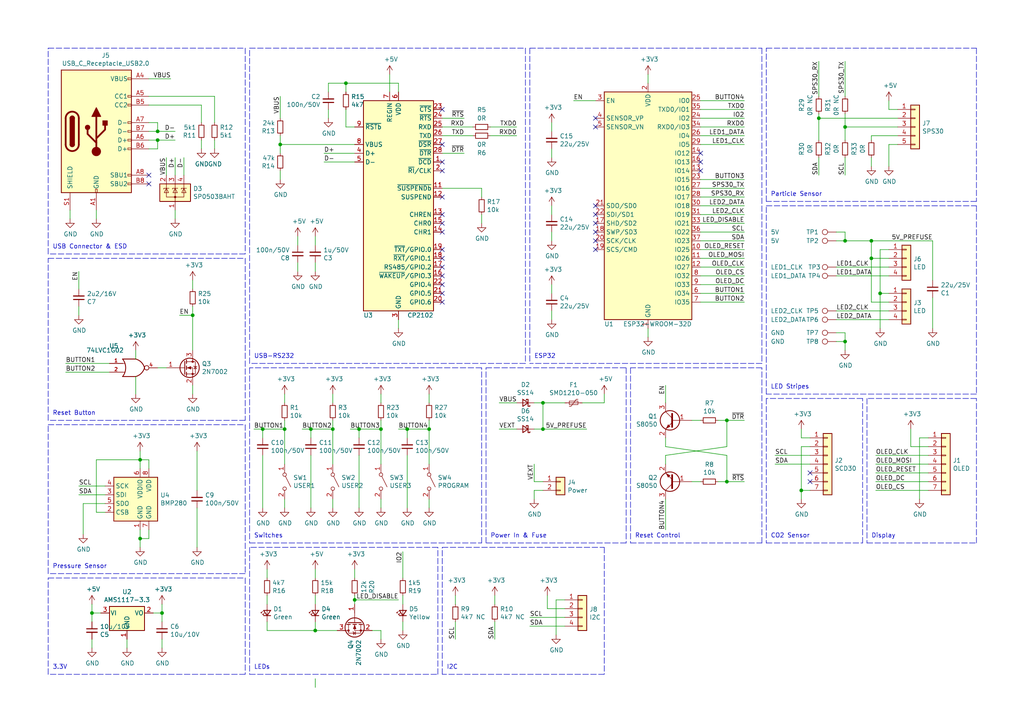
<source format=kicad_sch>
(kicad_sch (version 20211123) (generator eeschema)
  (paper "A4")
  (title_block (title "Co2 Sensor") (date "2020-10-02") (rev "2"))
  (junction (at 252.73 74.93))
  (junction (at 96.52 124.46))
  (junction (at 157.48 124.46))
  (junction (at 40.64 156.21))
  (junction (at 255.27 85.09))
  (junction (at 110.49 124.46))
  (junction (at 82.55 124.46))
  (junction (at 157.48 116.84))
  (junction (at 237.49 34.29))
  (junction (at 81.28 41.91))
  (junction (at 232.41 142.24))
  (junction (at 45.72 38.1))
  (junction (at 46.99 177.8))
  (junction (at 245.11 69.85))
  (junction (at 245.11 99.06))
  (junction (at 90.17 124.46))
  (junction (at 252.73 69.85))
  (junction (at 40.64 133.35))
  (junction (at 26.67 177.8))
  (junction (at 118.11 124.46))
  (junction (at 102.87 173.99))
  (junction (at 104.14 124.46))
  (junction (at 100.33 24.13))
  (junction (at 124.46 124.46))
  (junction (at 210.82 121.92))
  (junction (at 55.88 91.44))
  (junction (at 76.2 124.46))
  (junction (at 45.72 40.64))
  (junction (at 245.11 36.83))
  (junction (at 91.44 182.88))
  (junction (at 210.82 139.7))
  (no_connect (at 128.27 49.53))
  (no_connect (at 128.27 87.63))
  (no_connect (at 43.18 53.34))
  (no_connect (at 234.95 137.16))
  (no_connect (at 128.27 31.75))
  (no_connect (at 172.72 69.85))
  (no_connect (at 203.2 49.53))
  (no_connect (at 43.18 50.8))
  (no_connect (at 128.27 46.99))
  (no_connect (at 128.27 82.55))
  (no_connect (at 172.72 62.23))
  (no_connect (at 203.2 46.99))
  (no_connect (at 128.27 77.47))
  (no_connect (at 234.95 139.7))
  (no_connect (at 203.2 44.45))
  (no_connect (at 128.27 85.09))
  (no_connect (at 128.27 41.91))
  (no_connect (at 172.72 72.39))
  (no_connect (at 128.27 72.39))
  (no_connect (at 172.72 36.83))
  (no_connect (at 128.27 74.93))
  (no_connect (at 128.27 62.23))
  (no_connect (at 172.72 64.77))
  (no_connect (at 172.72 67.31))
  (no_connect (at 172.72 59.69))
  (no_connect (at 172.72 34.29))
  (no_connect (at 128.27 80.01))
  (no_connect (at 128.27 64.77))
  (no_connect (at 128.27 57.15))
  (no_connect (at 128.27 67.31))
  (wire (pts (xy 55.88 91.44) (xy 55.88 88.9)))
  (wire (pts (xy 124.46 147.32) (xy 124.46 144.78)))
  (wire (pts (xy 57.15 130.81) (xy 57.15 142.24)))
  (wire (pts (xy 44.45 177.8) (xy 46.99 177.8)))
  (wire (pts (xy 203.2 57.15) (xy 215.9 57.15)))
  (polyline (pts (xy 13.97 195.58) (xy 13.97 167.64)))
  (wire (pts (xy 116.84 160.02) (xy 116.84 167.64)))
  (wire (pts (xy 215.9 54.61) (xy 203.2 54.61)))
  (wire (pts (xy 242.57 96.52) (xy 245.11 96.52)))
  (polyline (pts (xy 139.7 106.68) (xy 72.39 106.68)))
  (polyline (pts (xy 175.26 158.75) (xy 175.26 195.58)))
  (wire (pts (xy 200.66 139.7) (xy 203.2 139.7)))
  (wire (pts (xy 252.73 69.85) (xy 270.51 69.85)))
  (wire (pts (xy 257.81 41.91) (xy 257.81 48.26)))
  (wire (pts (xy 142.24 36.83) (xy 149.86 36.83)))
  (wire (pts (xy 237.49 34.29) (xy 260.35 34.29)))
  (wire (pts (xy 96.52 114.3) (xy 96.52 116.84)))
  (polyline (pts (xy 283.21 115.57) (xy 251.46 115.57)))
  (wire (pts (xy 104.14 132.08) (xy 104.14 147.32)))
  (wire (pts (xy 163.83 173.99) (xy 161.29 173.99)))
  (wire (pts (xy 91.44 76.2) (xy 91.44 78.74)))
  (wire (pts (xy 96.52 121.92) (xy 96.52 124.46)))
  (wire (pts (xy 124.46 114.3) (xy 124.46 116.84)))
  (wire (pts (xy 20.32 63.5) (xy 20.32 60.96)))
  (wire (pts (xy 257.81 29.21) (xy 257.81 31.75)))
  (wire (pts (xy 260.35 36.83) (xy 245.11 36.83)))
  (wire (pts (xy 45.72 35.56) (xy 43.18 35.56)))
  (polyline (pts (xy 127 195.58) (xy 127 158.75)))
  (wire (pts (xy 210.82 139.7) (xy 208.28 139.7)))
  (wire (pts (xy 203.2 59.69) (xy 215.9 59.69)))
  (wire (pts (xy 139.7 54.61) (xy 139.7 57.15)))
  (polyline (pts (xy 222.25 13.97) (xy 283.21 13.97)))
  (polyline (pts (xy 222.25 157.48) (xy 250.19 157.48)))
  (wire (pts (xy 86.36 68.58) (xy 86.36 71.12)))
  (wire (pts (xy 76.2 127) (xy 76.2 124.46)))
  (wire (pts (xy 81.28 41.91) (xy 81.28 44.45)))
  (wire (pts (xy 203.2 74.93) (xy 215.9 74.93)))
  (wire (pts (xy 203.2 31.75) (xy 215.9 31.75)))
  (wire (pts (xy 153.67 179.07) (xy 163.83 179.07)))
  (wire (pts (xy 110.49 182.88) (xy 110.49 185.42)))
  (wire (pts (xy 82.55 144.78) (xy 82.55 147.32)))
  (wire (pts (xy 242.57 80.01) (xy 257.81 80.01)))
  (wire (pts (xy 76.2 124.46) (xy 82.55 124.46)))
  (wire (pts (xy 215.9 29.21) (xy 203.2 29.21)))
  (wire (pts (xy 210.82 139.7) (xy 210.82 132.08)))
  (wire (pts (xy 215.9 52.07) (xy 203.2 52.07)))
  (polyline (pts (xy 72.39 106.68) (xy 72.39 157.48)))
  (wire (pts (xy 90.17 124.46) (xy 90.17 127)))
  (wire (pts (xy 157.48 139.7) (xy 154.94 139.7)))
  (wire (pts (xy 215.9 77.47) (xy 203.2 77.47)))
  (polyline (pts (xy 71.12 166.37) (xy 13.97 166.37)))
  (polyline (pts (xy 283.21 114.3) (xy 222.25 114.3)))
  (polyline (pts (xy 152.4 105.41) (xy 72.39 105.41)))
  (wire (pts (xy 40.64 130.81) (xy 40.64 133.35)))
  (wire (pts (xy 139.7 62.23) (xy 139.7 64.77)))
  (wire (pts (xy 110.49 121.92) (xy 110.49 124.46)))
  (wire (pts (xy 232.41 124.46) (xy 232.41 127)))
  (wire (pts (xy 157.48 124.46) (xy 154.94 124.46)))
  (wire (pts (xy 77.47 182.88) (xy 91.44 182.88)))
  (wire (pts (xy 77.47 165.1) (xy 77.47 167.64)))
  (wire (pts (xy 215.9 85.09) (xy 203.2 85.09)))
  (wire (pts (xy 161.29 173.99) (xy 161.29 184.15)))
  (wire (pts (xy 30.48 148.59) (xy 27.94 148.59)))
  (polyline (pts (xy 220.98 105.41) (xy 153.67 105.41)))
  (wire (pts (xy 245.11 33.02) (xy 245.11 36.83)))
  (wire (pts (xy 36.83 185.42) (xy 36.83 187.96)))
  (polyline (pts (xy 251.46 157.48) (xy 283.21 157.48)))
  (wire (pts (xy 245.11 67.31) (xy 245.11 69.85)))
  (wire (pts (xy 73.66 124.46) (xy 76.2 124.46)))
  (wire (pts (xy 160.02 45.72) (xy 160.02 43.18)))
  (wire (pts (xy 81.28 41.91) (xy 81.28 39.37)))
  (polyline (pts (xy 181.61 157.48) (xy 140.97 157.48)))
  (wire (pts (xy 104.14 124.46) (xy 110.49 124.46)))
  (wire (pts (xy 43.18 156.21) (xy 40.64 156.21)))
  (wire (pts (xy 58.42 40.64) (xy 58.42 43.18)))
  (wire (pts (xy 245.11 96.52) (xy 245.11 99.06)))
  (wire (pts (xy 245.11 27.94) (xy 245.11 17.78)))
  (polyline (pts (xy 127 158.75) (xy 72.39 158.75)))
  (wire (pts (xy 210.82 121.92) (xy 208.28 121.92)))
  (wire (pts (xy 91.44 165.1) (xy 91.44 167.64)))
  (wire (pts (xy 29.21 177.8) (xy 26.67 177.8)))
  (wire (pts (xy 163.83 116.84) (xy 157.48 116.84)))
  (wire (pts (xy 203.2 121.92) (xy 200.66 121.92)))
  (polyline (pts (xy 71.12 73.66) (xy 13.97 73.66)))
  (wire (pts (xy 22.86 140.97) (xy 30.48 140.97)))
  (wire (pts (xy 132.08 180.34) (xy 132.08 185.42)))
  (wire (pts (xy 255.27 85.09) (xy 255.27 95.25)))
  (wire (pts (xy 128.27 39.37) (xy 137.16 39.37)))
  (wire (pts (xy 22.86 78.74) (xy 22.86 83.82)))
  (wire (pts (xy 234.95 129.54) (xy 232.41 129.54)))
  (wire (pts (xy 95.25 24.13) (xy 100.33 24.13)))
  (wire (pts (xy 102.87 172.72) (xy 102.87 173.99)))
  (wire (pts (xy 43.18 133.35) (xy 43.18 135.89)))
  (wire (pts (xy 102.87 165.1) (xy 102.87 167.64)))
  (wire (pts (xy 31.75 107.95) (xy 19.05 107.95)))
  (wire (pts (xy 210.82 121.92) (xy 210.82 129.54)))
  (wire (pts (xy 154.94 142.24) (xy 157.48 142.24)))
  (wire (pts (xy 110.49 147.32) (xy 110.49 144.78)))
  (wire (pts (xy 22.86 91.44) (xy 22.86 88.9)))
  (wire (pts (xy 40.64 133.35) (xy 43.18 133.35)))
  (polyline (pts (xy 250.19 115.57) (xy 222.25 115.57)))
  (wire (pts (xy 43.18 38.1) (xy 45.72 38.1)))
  (wire (pts (xy 26.67 177.8) (xy 26.67 180.34)))
  (wire (pts (xy 45.72 38.1) (xy 50.8 38.1)))
  (wire (pts (xy 40.64 133.35) (xy 40.64 135.89)))
  (polyline (pts (xy 128.27 195.58) (xy 128.27 158.75)))
  (wire (pts (xy 237.49 50.8) (xy 237.49 45.72)))
  (polyline (pts (xy 71.12 195.58) (xy 13.97 195.58)))
  (wire (pts (xy 154.94 116.84) (xy 157.48 116.84)))
  (wire (pts (xy 48.26 45.72) (xy 48.26 50.8)))
  (wire (pts (xy 100.33 31.75) (xy 100.33 36.83)))
  (wire (pts (xy 40.64 156.21) (xy 40.64 158.75)))
  (wire (pts (xy 91.44 180.34) (xy 91.44 182.88)))
  (polyline (pts (xy 13.97 121.92) (xy 13.97 74.93)))
  (wire (pts (xy 101.6 124.46) (xy 104.14 124.46)))
  (wire (pts (xy 49.53 22.86) (xy 43.18 22.86)))
  (polyline (pts (xy 13.97 13.97) (xy 71.12 13.97)))
  (polyline (pts (xy 220.98 13.97) (xy 220.98 105.41)))
  (wire (pts (xy 55.88 81.28) (xy 55.88 83.82)))
  (wire (pts (xy 203.2 64.77) (xy 215.9 64.77)))
  (wire (pts (xy 187.96 21.59) (xy 187.96 24.13)))
  (wire (pts (xy 86.36 78.74) (xy 86.36 76.2)))
  (wire (pts (xy 55.88 114.3) (xy 55.88 111.76)))
  (wire (pts (xy 58.42 30.48) (xy 58.42 35.56)))
  (wire (pts (xy 270.51 69.85) (xy 270.51 81.28)))
  (wire (pts (xy 257.81 85.09) (xy 255.27 85.09)))
  (wire (pts (xy 210.82 129.54) (xy 193.04 132.08)))
  (wire (pts (xy 102.87 173.99) (xy 102.87 175.26)))
  (wire (pts (xy 115.57 173.99) (xy 102.87 173.99)))
  (wire (pts (xy 215.9 139.7) (xy 210.82 139.7)))
  (wire (pts (xy 224.79 132.08) (xy 234.95 132.08)))
  (wire (pts (xy 245.11 99.06) (xy 245.11 101.6)))
  (wire (pts (xy 269.24 137.16) (xy 254 137.16)))
  (wire (pts (xy 19.05 105.41) (xy 31.75 105.41)))
  (wire (pts (xy 245.11 36.83) (xy 245.11 40.64)))
  (wire (pts (xy 252.73 74.93) (xy 252.73 69.85)))
  (wire (pts (xy 237.49 33.02) (xy 237.49 34.29)))
  (wire (pts (xy 55.88 91.44) (xy 55.88 101.6)))
  (polyline (pts (xy 71.12 167.64) (xy 71.12 195.58)))
  (polyline (pts (xy 283.21 157.48) (xy 283.21 115.57)))
  (wire (pts (xy 203.2 62.23) (xy 215.9 62.23)))
  (wire (pts (xy 57.15 147.32) (xy 57.15 158.75)))
  (wire (pts (xy 128.27 44.45) (xy 134.62 44.45)))
  (wire (pts (xy 100.33 26.67) (xy 100.33 24.13)))
  (wire (pts (xy 45.72 40.64) (xy 50.8 40.64)))
  (wire (pts (xy 252.73 40.64) (xy 252.73 39.37)))
  (polyline (pts (xy 13.97 167.64) (xy 71.12 167.64)))
  (wire (pts (xy 91.44 68.58) (xy 91.44 71.12)))
  (wire (pts (xy 260.35 41.91) (xy 257.81 41.91)))
  (polyline (pts (xy 72.39 105.41) (xy 72.39 13.97)))
  (wire (pts (xy 143.51 185.42) (xy 143.51 180.34)))
  (polyline (pts (xy 182.88 157.48) (xy 220.98 157.48)))
  (wire (pts (xy 154.94 134.62) (xy 154.94 139.7)))
  (polyline (pts (xy 71.12 74.93) (xy 71.12 121.92)))
  (wire (pts (xy 242.57 67.31) (xy 245.11 67.31)))
  (wire (pts (xy 252.73 48.26) (xy 252.73 45.72)))
  (wire (pts (xy 26.67 185.42) (xy 26.67 187.96)))
  (wire (pts (xy 115.57 24.13) (xy 115.57 26.67)))
  (polyline (pts (xy 251.46 115.57) (xy 251.46 157.48)))
  (wire (pts (xy 27.94 133.35) (xy 40.64 133.35)))
  (wire (pts (xy 255.27 72.39) (xy 255.27 85.09)))
  (wire (pts (xy 115.57 95.25) (xy 115.57 92.71)))
  (polyline (pts (xy 283.21 59.69) (xy 283.21 114.3)))
  (wire (pts (xy 24.13 146.05) (xy 30.48 146.05)))
  (wire (pts (xy 124.46 124.46) (xy 124.46 134.62)))
  (wire (pts (xy 215.9 67.31) (xy 203.2 67.31)))
  (wire (pts (xy 269.24 142.24) (xy 254 142.24)))
  (polyline (pts (xy 222.25 58.42) (xy 222.25 13.97)))
  (wire (pts (xy 91.44 182.88) (xy 97.79 182.88)))
  (wire (pts (xy 187.96 97.79) (xy 187.96 95.25)))
  (wire (pts (xy 193.04 111.76) (xy 193.04 116.84)))
  (wire (pts (xy 193.04 144.78) (xy 193.04 153.67)))
  (wire (pts (xy 232.41 142.24) (xy 232.41 144.78)))
  (wire (pts (xy 110.49 124.46) (xy 110.49 134.62)))
  (wire (pts (xy 82.55 121.92) (xy 82.55 124.46)))
  (wire (pts (xy 242.57 77.47) (xy 257.81 77.47)))
  (wire (pts (xy 39.37 101.6) (xy 39.37 104.14)))
  (wire (pts (xy 175.26 116.84) (xy 168.91 116.84)))
  (wire (pts (xy 50.8 45.72) (xy 50.8 50.8)))
  (polyline (pts (xy 250.19 157.48) (xy 250.19 115.57)))
  (wire (pts (xy 270.51 95.25) (xy 270.51 86.36)))
  (wire (pts (xy 95.25 31.75) (xy 95.25 34.29)))
  (wire (pts (xy 96.52 124.46) (xy 96.52 134.62)))
  (wire (pts (xy 116.84 172.72) (xy 116.84 175.26)))
  (wire (pts (xy 234.95 134.62) (xy 224.79 134.62)))
  (polyline (pts (xy 283.21 58.42) (xy 222.25 58.42)))
  (wire (pts (xy 82.55 124.46) (xy 82.55 134.62)))
  (wire (pts (xy 110.49 114.3) (xy 110.49 116.84)))
  (wire (pts (xy 81.28 34.29) (xy 81.28 27.94)))
  (wire (pts (xy 39.37 114.3) (xy 39.37 109.22)))
  (wire (pts (xy 77.47 172.72) (xy 77.47 175.26)))
  (wire (pts (xy 43.18 30.48) (xy 58.42 30.48)))
  (wire (pts (xy 254 134.62) (xy 269.24 134.62)))
  (wire (pts (xy 93.98 46.99) (xy 102.87 46.99)))
  (wire (pts (xy 234.95 127) (xy 232.41 127)))
  (wire (pts (xy 128.27 54.61) (xy 139.7 54.61)))
  (polyline (pts (xy 222.25 115.57) (xy 222.25 157.48)))
  (wire (pts (xy 232.41 129.54) (xy 232.41 142.24)))
  (wire (pts (xy 90.17 132.08) (xy 90.17 147.32)))
  (polyline (pts (xy 152.4 13.97) (xy 152.4 105.41)))
  (wire (pts (xy 269.24 129.54) (xy 264.16 129.54)))
  (wire (pts (xy 257.81 31.75) (xy 260.35 31.75)))
  (wire (pts (xy 144.78 116.84) (xy 149.86 116.84)))
  (wire (pts (xy 95.25 26.67) (xy 95.25 24.13)))
  (polyline (pts (xy 140.97 106.68) (xy 181.61 106.68)))
  (wire (pts (xy 26.67 175.26) (xy 26.67 177.8)))
  (wire (pts (xy 166.37 29.21) (xy 172.72 29.21)))
  (wire (pts (xy 160.02 92.71) (xy 160.02 90.17)))
  (polyline (pts (xy 153.67 13.97) (xy 220.98 13.97)))
  (wire (pts (xy 104.14 127) (xy 104.14 124.46)))
  (polyline (pts (xy 220.98 106.68) (xy 182.88 106.68)))
  (wire (pts (xy 132.08 172.72) (xy 132.08 175.26)))
  (wire (pts (xy 115.57 124.46) (xy 118.11 124.46)))
  (wire (pts (xy 245.11 99.06) (xy 242.57 99.06)))
  (wire (pts (xy 257.81 87.63) (xy 252.73 87.63)))
  (wire (pts (xy 87.63 124.46) (xy 90.17 124.46)))
  (wire (pts (xy 269.24 127) (xy 266.7 127)))
  (wire (pts (xy 50.8 63.5) (xy 50.8 60.96)))
  (wire (pts (xy 163.83 176.53) (xy 158.75 176.53)))
  (wire (pts (xy 160.02 82.55) (xy 160.02 85.09)))
  (polyline (pts (xy 72.39 158.75) (xy 72.39 195.58)))
  (wire (pts (xy 77.47 180.34) (xy 77.47 182.88)))
  (wire (pts (xy 45.72 43.18) (xy 43.18 43.18)))
  (polyline (pts (xy 220.98 157.48) (xy 220.98 106.68)))
  (wire (pts (xy 149.86 124.46) (xy 144.78 124.46)))
  (wire (pts (xy 215.9 80.01) (xy 203.2 80.01)))
  (polyline (pts (xy 283.21 13.97) (xy 283.21 58.42)))
  (polyline (pts (xy 182.88 106.68) (xy 182.88 157.48)))
  (wire (pts (xy 82.55 114.3) (xy 82.55 116.84)))
  (wire (pts (xy 107.95 182.88) (xy 110.49 182.88)))
  (polyline (pts (xy 139.7 157.48) (xy 139.7 106.68)))
  (wire (pts (xy 46.99 177.8) (xy 46.99 180.34)))
  (polyline (pts (xy 13.97 166.37) (xy 13.97 123.19)))
  (wire (pts (xy 46.99 175.26) (xy 46.99 177.8)))
  (wire (pts (xy 90.17 124.46) (xy 96.52 124.46)))
  (wire (pts (xy 43.18 40.64) (xy 45.72 40.64)))
  (polyline (pts (xy 181.61 106.68) (xy 181.61 157.48)))
  (wire (pts (xy 264.16 129.54) (xy 264.16 124.46)))
  (wire (pts (xy 193.04 132.08) (xy 193.04 134.62)))
  (wire (pts (xy 215.9 36.83) (xy 203.2 36.83)))
  (wire (pts (xy 160.02 59.69) (xy 160.02 62.23)))
  (wire (pts (xy 266.7 127) (xy 266.7 144.78)))
  (wire (pts (xy 118.11 132.08) (xy 118.11 147.32)))
  (wire (pts (xy 45.72 106.68) (xy 48.26 106.68)))
  (wire (pts (xy 102.87 44.45) (xy 93.98 44.45)))
  (wire (pts (xy 81.28 52.07) (xy 81.28 49.53)))
  (wire (pts (xy 143.51 172.72) (xy 143.51 175.26)))
  (polyline (pts (xy 222.25 59.69) (xy 283.21 59.69)))
  (wire (pts (xy 215.9 41.91) (xy 203.2 41.91)))
  (polyline (pts (xy 222.25 114.3) (xy 222.25 59.69)))
  (wire (pts (xy 113.03 21.59) (xy 113.03 26.67)))
  (wire (pts (xy 160.02 69.85) (xy 160.02 67.31)))
  (wire (pts (xy 27.94 63.5) (xy 27.94 60.96)))
  (wire (pts (xy 170.18 124.46) (xy 157.48 124.46)))
  (wire (pts (xy 257.81 74.93) (xy 252.73 74.93)))
  (wire (pts (xy 45.72 38.1) (xy 45.72 35.56)))
  (wire (pts (xy 245.11 45.72) (xy 245.11 50.8)))
  (wire (pts (xy 260.35 39.37) (xy 252.73 39.37)))
  (wire (pts (xy 203.2 72.39) (xy 215.9 72.39)))
  (wire (pts (xy 203.2 82.55) (xy 215.9 82.55)))
  (wire (pts (xy 91.44 172.72) (xy 91.44 175.26)))
  (wire (pts (xy 53.34 50.8) (xy 53.34 45.72)))
  (wire (pts (xy 76.2 147.32) (xy 76.2 132.08)))
  (polyline (pts (xy 71.12 123.19) (xy 71.12 166.37)))
  (wire (pts (xy 22.86 143.51) (xy 30.48 143.51)))
  (wire (pts (xy 62.23 43.18) (xy 62.23 40.64)))
  (wire (pts (xy 128.27 36.83) (xy 137.16 36.83)))
  (polyline (pts (xy 13.97 123.19) (xy 71.12 123.19)))
  (wire (pts (xy 46.99 185.42) (xy 46.99 187.96)))
  (wire (pts (xy 237.49 34.29) (xy 237.49 40.64)))
  (polyline (pts (xy 13.97 74.93) (xy 71.12 74.93)))
  (wire (pts (xy 158.75 176.53) (xy 158.75 172.72)))
  (wire (pts (xy 96.52 147.32) (xy 96.52 144.78)))
  (wire (pts (xy 257.81 72.39) (xy 255.27 72.39)))
  (wire (pts (xy 193.04 129.54) (xy 210.82 132.08)))
  (wire (pts (xy 43.18 27.94) (xy 62.23 27.94)))
  (wire (pts (xy 163.83 181.61) (xy 153.67 181.61)))
  (wire (pts (xy 269.24 139.7) (xy 254 139.7)))
  (wire (pts (xy 118.11 127) (xy 118.11 124.46)))
  (wire (pts (xy 245.11 69.85) (xy 252.73 69.85)))
  (wire (pts (xy 203.2 87.63) (xy 215.9 87.63)))
  (wire (pts (xy 154.94 144.78) (xy 154.94 142.24)))
  (wire (pts (xy 102.87 36.83) (xy 100.33 36.83)))
  (wire (pts (xy 237.49 17.78) (xy 237.49 27.94)))
  (wire (pts (xy 45.72 40.64) (xy 45.72 43.18)))
  (polyline (pts (xy 153.67 13.97) (xy 153.67 105.41)))
  (wire (pts (xy 40.64 153.67) (xy 40.64 156.21)))
  (wire (pts (xy 232.41 142.24) (xy 234.95 142.24)))
  (polyline (pts (xy 72.39 195.58) (xy 127 195.58)))
  (wire (pts (xy 62.23 27.94) (xy 62.23 35.56)))
  (wire (pts (xy 215.9 69.85) (xy 203.2 69.85)))
  (wire (pts (xy 193.04 127) (xy 193.04 129.54)))
  (polyline (pts (xy 140.97 157.48) (xy 140.97 106.68)))
  (wire (pts (xy 203.2 34.29) (xy 215.9 34.29)))
  (polyline (pts (xy 175.26 195.58) (xy 128.27 195.58)))
  (wire (pts (xy 91.44 199.39) (xy 91.44 196.85)))
  (wire (pts (xy 242.57 90.17) (xy 257.81 90.17)))
  (polyline (pts (xy 72.39 157.48) (xy 139.7 157.48)))
  (wire (pts (xy 242.57 69.85) (xy 245.11 69.85)))
  (wire (pts (xy 81.28 41.91) (xy 102.87 41.91)))
  (wire (pts (xy 252.73 87.63) (xy 252.73 74.93)))
  (wire (pts (xy 55.88 91.44) (xy 52.07 91.44)))
  (wire (pts (xy 160.02 35.56) (xy 160.02 38.1)))
  (wire (pts (xy 43.18 153.67) (xy 43.18 156.21)))
  (wire (pts (xy 134.62 34.29) (xy 128.27 34.29)))
  (wire (pts (xy 215.9 121.92) (xy 210.82 121.92)))
  (polyline (pts (xy 13.97 73.66) (xy 13.97 13.97)))
  (polyline (pts (xy 71.12 121.92) (xy 13.97 121.92)))
  (wire (pts (xy 254 132.08) (xy 269.24 132.08)))
  (wire (pts (xy 242.57 92.71) (xy 257.81 92.71)))
  (polyline (pts (xy 71.12 13.97) (xy 71.12 73.66)))
  (wire (pts (xy 157.48 116.84) (xy 157.48 124.46)))
  (wire (pts (xy 24.13 146.05) (xy 24.13 154.94)))
  (wire (pts (xy 27.94 148.59) (xy 27.94 133.35)))
  (wire (pts (xy 116.84 180.34) (xy 116.84 182.88)))
  (wire (pts (xy 149.86 39.37) (xy 142.24 39.37)))
  (wire (pts (xy 215.9 39.37) (xy 203.2 39.37)))
  (polyline (pts (xy 128.27 158.75) (xy 175.26 158.75)))
  (wire (pts (xy 118.11 124.46) (xy 124.46 124.46)))
  (wire (pts (xy 100.33 24.13) (xy 115.57 24.13)))
  (wire (pts (xy 175.26 114.3) (xy 175.26 116.84)))
  (wire (pts (xy 124.46 121.92) (xy 124.46 124.46)))
  (polyline (pts (xy 72.39 13.97) (xy 152.4 13.97)))
  (text "LED Stripes" (at 223.52 113.03 0) (effects (font (size 1.27 1.27)) (justify left bottom)))
  (text "I2C" (at 129.54 194.31 0) (effects (font (size 1.27 1.27)) (justify left bottom)))
  (text "Reset Control" (at 184.15 156.21 0) (effects (font (size 1.27 1.27)) (justify left bottom)))
  (text "CO2 Sensor" (at 223.52 156.21 0) (effects (font (size 1.27 1.27)) (justify left bottom)))
  (text "Switches" (at 73.66 156.21 0) (effects (font (size 1.27 1.27)) (justify left bottom)))
  (text "ESP32" (at 154.94 104.14 0) (effects (font (size 1.27 1.27)) (justify left bottom)))
  (text "Reset Button" (at 15.24 120.65 0) (effects (font (size 1.27 1.27)) (justify left bottom)))
  (text "Power In & Fuse" (at 142.24 156.21 0) (effects (font (size 1.27 1.27)) (justify left bottom)))
  (text "USB Connector & ESD" (at 15.24 72.39 0) (effects (font (size 1.27 1.27)) (justify left bottom)))
  (text "Particle Sensor" (at 223.52 57.15 0) (effects (font (size 1.27 1.27)) (justify left bottom)))
  (text "3.3V" (at 15.24 194.31 0) (effects (font (size 1.27 1.27)) (justify left bottom)))
  (text "USB-RS232" (at 73.66 104.14 0) (effects (font (size 1.27 1.27)) (justify left bottom)))
  (text "LEDs" (at 73.66 194.31 0) (effects (font (size 1.27 1.27)) (justify left bottom)))
  (text "Display" (at 252.73 156.21 0) (effects (font (size 1.27 1.27)) (justify left bottom)))
  (text "Pressure Sensor" (at 15.24 165.1 0) (effects (font (size 1.27 1.27)) (justify left bottom)))
  (label "5V_PREFUSE" (at 270.51 69.85 180))
  (label "SDA" (at 143.51 185.42 90))
  (label "BUTTON3" (at 215.9 52.07 180))
  (label "BUTTON4" (at 215.9 29.21 180))
  (label "OLED_CLK" (at 254 132.08 0))
  (label "OLED_MOSI" (at 254 134.62 0))
  (label "LED_DISABLE" (at 215.9 64.77 180))
  (label "LED2_DATA" (at 215.9 59.69 180))
  (label "SCL" (at 215.9 67.31 180))
  (label "VBUS" (at 48.26 45.72 270))
  (label "SPS30_RX" (at 215.9 57.15 180))
  (label "RXD0" (at 149.86 39.37 180))
  (label "SCL" (at 245.11 50.8 90))
  (label "LED2_CLK" (at 242.57 90.17 0))
  (label "BUTTON1" (at 73.66 124.46 0))
  (label "VEXT" (at 144.78 124.46 0))
  (label "LED_DISABLE" (at 115.57 173.99 180))
  (label "SPS30_TX" (at 215.9 54.61 180))
  (label "VBUS" (at 81.28 27.94 270))
  (label "EN" (at 166.37 29.21 0))
  (label "SCL" (at 224.79 132.08 0))
  (label "D+" (at 50.8 40.64 180))
  (label "OLED_CLK" (at 215.9 77.47 180))
  (label "~{DTR}" (at 215.9 121.92 180))
  (label "TXD0" (at 215.9 31.75 180))
  (label "SPS30_TX" (at 245.11 17.78 270))
  (label "SDA" (at 215.9 69.85 180))
  (label "BUTTON2" (at 215.9 87.63 180))
  (label "SDA" (at 153.67 181.61 0))
  (label "SDA" (at 22.86 143.51 0))
  (label "BUTTON4" (at 193.04 153.67 90))
  (label "VEXT" (at 154.94 134.62 270))
  (label "BUTTON1" (at 215.9 85.09 180))
  (label "BUTTON2" (at 19.05 107.95 0))
  (label "OLED_MOSI" (at 215.9 74.93 180))
  (label "D-" (at 50.8 38.1 180))
  (label "D+" (at 50.8 45.72 270))
  (label "LED1_CLK" (at 242.57 77.47 0))
  (label "TXD0" (at 149.86 36.83 180))
  (label "D-" (at 93.98 46.99 0))
  (label "SCL" (at 22.86 140.97 0))
  (label "~{DTR}" (at 134.62 44.45 180))
  (label "LED1_DATA" (at 242.57 80.01 0))
  (label "TXD" (at 134.62 39.37 180))
  (label "~{RTS}" (at 134.62 34.29 180))
  (label "~{RTS}" (at 215.9 139.7 180))
  (label "IO2" (at 215.9 34.29 180))
  (label "EN" (at 22.86 78.74 270))
  (label "EN" (at 52.07 91.44 0))
  (label "LED2_CLK" (at 215.9 62.23 180))
  (label "OLED_CS" (at 254 142.24 0))
  (label "SPS30_RX" (at 237.49 17.78 270))
  (label "OLED_DC" (at 215.9 82.55 180))
  (label "LED1_CLK" (at 215.9 41.91 180))
  (label "OLED_CS" (at 215.9 80.01 180))
  (label "BUTTON1" (at 19.05 105.41 0))
  (label "OLED_RESET" (at 254 137.16 0))
  (label "BUTTON3" (at 101.6 124.46 0))
  (label "LED1_DATA" (at 215.9 39.37 180))
  (label "D-" (at 53.34 45.72 270))
  (label "VBUS" (at 144.78 116.84 0))
  (label "BUTTON2" (at 87.63 124.46 0))
  (label "RXD" (at 134.62 36.83 180))
  (label "SDA" (at 224.79 134.62 0))
  (label "BUTTON4" (at 115.57 124.46 0))
  (label "OLED_DC" (at 254 139.7 0))
  (label "D+" (at 93.98 44.45 0))
  (label "RXD0" (at 215.9 36.83 180))
  (label "SCL" (at 153.67 179.07 0))
  (label "5V_PREFUSE" (at 170.18 124.46 180))
  (label "EN" (at 193.04 111.76 270))
  (label "SCL" (at 132.08 185.42 90))
  (label "SDA" (at 237.49 50.8 90))
  (label "VBUS" (at 49.53 22.86 180))
  (label "OLED_RESET" (at 215.9 72.39 180))
  (label "IO2" (at 116.84 160.02 270))
  (label "LED2_DATA" (at 242.57 92.71 0))
  (symbol (lib_id "RF_Module:ESP32-WROOM-32D") (at 187.96 59.69 0) (unit 1)
    (property "Reference" "U1" (at 175.26 93.98 0) (effects (justify left)))
    (property "Value" "ESP32-WROOM-32D" (at 200.66 93.98 0) (effects (justify right)))
    (property "Footprint" "RF_Module:ESP32-WROOM-32" (effects hide))
    (property "Datasheet" "https://www.espressif.com/sites/default/files/documentation/esp32-wroom-32d_esp32-wroom-32u_datasheet_en.pdf" (effects hide))
  )
  (symbol (lib_id "Sensor_Pressure:BMP280") (at 40.64 146.05 0) (unit 1)
    (property "Reference" "U4" (at 46.482 143.6116 0) (effects (justify left)))
    (property "Value" "BMP280" (at 46.482 145.923 0) (effects (justify left)))
    (property "Footprint" "Package_LGA:Bosch_LGA-8_2x2.5mm_P0.65mm_ClockwisePinNumbering" (effects hide))
    (property "Datasheet" "https://ae-bst.resource.bosch.com/media/_tech/media/datasheets/BST-BMP280-DS001.pdf" (effects hide))
    (property "LCSC" "C83291" (effects hide))
  )
  (symbol (lib_id "Device:C_Small") (at 95.25 29.21 0) (mirror x) (unit 1)
    (property "Reference" "C2" (at 92.9386 28.0416 0) (effects (justify right)))
    (property "Value" "100n/50V" (at 92.9386 30.353 0) (effects (justify right)))
    (property "Footprint" "Capacitor_SMD:C_0603_1608Metric" (effects hide))
    (property "LCSC" "C14663" (effects hide))
  )
  (symbol (lib_id "Co2-Sensor-rescue:CP2102N-A01-GQFN28-Interface_USB") (at 115.57 59.69 0) (unit 1)
    (property "Reference" "U3" (at 105.41 91.44 0) (effects (justify left)))
    (property "Value" "CP2102" (at 125.73 91.44 0) (effects (justify right)))
    (property "Footprint" "Package_DFN_QFN:QFN-28-1EP_5x5mm_P0.5mm_EP3.35x3.35mm" (effects hide))
    (property "Datasheet" "https://www.silabs.com/documents/public/data-sheets/cp2102n-datasheet.pdf" (effects hide))
    (property "LCSC" "C6568" (effects hide))
  )
  (symbol (lib_id "power:GND") (at 115.57 95.25 0) (unit 1)
    (property "Reference" "#PWR0101" (effects hide))
    (property "Value" "GND" (at 115.697 99.6442 0))
  )
  (symbol (lib_id "power:GND") (at 187.96 97.79 0) (unit 1)
    (property "Reference" "#PWR0103" (effects hide))
    (property "Value" "GND" (at 188.087 102.1842 0))
  )
  (symbol (lib_id "power:+3V3") (at 187.96 21.59 0) (unit 1)
    (property "Reference" "#PWR0104" (effects hide))
    (property "Value" "+3V3" (at 188.341 17.1958 0))
  )
  (symbol (lib_id "Device:Q_NPN_BEC") (at 195.58 121.92 0) (mirror y) (unit 1)
    (property "Reference" "Q1" (at 190.7286 120.7516 0) (effects (justify left)))
    (property "Value" "S8050" (at 190.7286 123.063 0) (effects (justify left)))
    (property "Footprint" "Package_TO_SOT_SMD:SOT-23" (effects hide))
    (property "LCSC" "C2146" (effects hide))
  )
  (symbol (lib_id "Device:Q_NPN_BEC") (at 195.58 139.7 180) (unit 1)
    (property "Reference" "Q2" (at 190.7286 138.5316 0) (effects (justify left)))
    (property "Value" "S8050" (at 190.7286 140.843 0) (effects (justify left)))
    (property "Footprint" "Package_TO_SOT_SMD:SOT-23" (effects hide))
    (property "LCSC" "C2146" (effects hide))
  )
  (symbol (lib_id "Device:R_Small") (at 205.74 121.92 90) (mirror x) (unit 1)
    (property "Reference" "R7" (at 205.74 116.9416 90))
    (property "Value" "10k" (at 205.74 119.253 90))
    (property "Footprint" "Resistor_SMD:R_0603_1608Metric" (effects hide))
    (property "LCSC" "C25804" (effects hide))
  )
  (symbol (lib_id "Device:R_Small") (at 205.74 139.7 270) (unit 1)
    (property "Reference" "R8" (at 205.74 134.7216 90))
    (property "Value" "10k" (at 205.74 137.033 90))
    (property "Footprint" "Resistor_SMD:R_0603_1608Metric" (effects hide))
    (property "LCSC" "C25804" (effects hide))
  )
  (symbol (lib_id "Device:R_Small") (at 139.7 36.83 90) (mirror x) (unit 1)
    (property "Reference" "R5" (at 139.7 31.8516 90))
    (property "Value" "0R" (at 139.7 34.29 90))
    (property "Footprint" "Resistor_SMD:R_0603_1608Metric" (effects hide))
    (property "LCSC" "C21189" (effects hide))
  )
  (symbol (lib_id "Switch:SW_SPST") (at 82.55 139.7 270) (unit 1)
    (property "Reference" "SW1" (at 85.0392 138.5316 90) (effects (justify left)))
    (property "Value" "USER1" (at 85.0392 140.843 90) (effects (justify left)))
    (property "Footprint" "Button_Switch_SMD:SW_SPST_XKB_TS-1187A-X-X-X" (effects hide))
    (property "LCSC" "C318886" (effects hide))
  )
  (symbol (lib_id "Switch:SW_SPST") (at 96.52 139.7 270) (unit 1)
    (property "Reference" "SW2" (at 99.0092 138.5316 90) (effects (justify left)))
    (property "Value" "USER2" (at 99.0092 140.843 90) (effects (justify left)))
    (property "Footprint" "Button_Switch_SMD:SW_SPST_XKB_TS-1187A-X-X-X" (effects hide))
    (property "LCSC" "C318886" (effects hide))
  )
  (symbol (lib_id "power:GND") (at 82.55 147.32 0) (unit 1)
    (property "Reference" "#PWR0105" (effects hide))
    (property "Value" "GND" (at 82.677 151.7142 0))
  )
  (symbol (lib_id "power:GND") (at 96.52 147.32 0) (unit 1)
    (property "Reference" "#PWR0106" (effects hide))
    (property "Value" "GND" (at 96.647 151.7142 0))
  )
  (symbol (lib_id "Device:R_Small") (at 96.52 119.38 180) (unit 1)
    (property "Reference" "R3" (at 98.0186 118.2116 0) (effects (justify right)))
    (property "Value" "10k" (at 98.0186 120.523 0) (effects (justify right)))
    (property "Footprint" "Resistor_SMD:R_0603_1608Metric" (effects hide))
    (property "LCSC" "C25804" (effects hide))
  )
  (symbol (lib_id "Device:R_Small") (at 82.55 119.38 180) (unit 1)
    (property "Reference" "R1" (at 84.0486 118.2116 0) (effects (justify right)))
    (property "Value" "10k" (at 84.0486 120.523 0) (effects (justify right)))
    (property "Footprint" "Resistor_SMD:R_0603_1608Metric" (effects hide))
    (property "LCSC" "C25804" (effects hide))
  )
  (symbol (lib_id "power:+3V3") (at 82.55 114.3 0) (unit 1)
    (property "Reference" "#PWR0107" (effects hide))
    (property "Value" "+3V3" (at 82.931 109.9058 0))
  )
  (symbol (lib_id "power:+3V3") (at 96.52 114.3 0) (unit 1)
    (property "Reference" "#PWR0108" (effects hide))
    (property "Value" "+3V3" (at 96.901 109.9058 0))
  )
  (symbol (lib_id "Device:LED_Small") (at 77.47 177.8 90) (unit 1)
    (property "Reference" "D1" (at 79.248 176.6316 90) (effects (justify right)))
    (property "Value" "Green" (at 79.248 178.943 90) (effects (justify right)))
    (property "Footprint" "LED_SMD:LED_0603_1608Metric" (effects hide))
    (property "LCSC" "C72043" (effects hide))
  )
  (symbol (lib_id "Regulator_Linear:AMS1117-3.3") (at 36.83 177.8 0) (unit 1)
    (property "Reference" "U2" (at 36.83 171.6532 0))
    (property "Value" "AMS1117-3.3" (at 36.83 173.9646 0))
    (property "Footprint" "Package_TO_SOT_SMD:SOT-223-3_TabPin2" (effects hide))
    (property "Datasheet" "http://www.advanced-monolithic.com/pdf/ds1117.pdf" (effects hide))
    (property "LCSC" "C6186" (effects hide))
  )
  (symbol (lib_id "power:GND") (at 36.83 187.96 0) (unit 1)
    (property "Reference" "#PWR0109" (effects hide))
    (property "Value" "GND" (at 36.957 192.3542 0))
  )
  (symbol (lib_id "Device:C_Small") (at 26.67 182.88 0) (mirror y) (unit 1)
    (property "Reference" "C5" (at 28.9814 184.0484 0) (effects (justify right)))
    (property "Value" "10u/10V" (at 28.9814 181.737 0) (effects (justify right)))
    (property "Footprint" "Capacitor_SMD:C_0603_1608Metric" (effects hide))
    (property "LCSC" "C19702" (effects hide))
  )
  (symbol (lib_id "Device:C_Small") (at 46.99 182.88 0) (unit 1)
    (property "Reference" "C6" (at 49.3268 181.7116 0) (effects (justify left)))
    (property "Value" "10u/10V" (at 49.3268 184.023 0) (effects (justify left)))
    (property "Footprint" "Capacitor_SMD:C_0603_1608Metric" (effects hide))
    (property "LCSC" "C19702" (effects hide))
  )
  (symbol (lib_id "Device:R_Small") (at 139.7 39.37 270) (mirror x) (unit 1)
    (property "Reference" "R6" (at 139.7 44.3484 90))
    (property "Value" "0R" (at 139.7 41.91 90))
    (property "Footprint" "Resistor_SMD:R_0603_1608Metric" (effects hide))
    (property "LCSC" "C21189" (effects hide))
  )
  (symbol (lib_id "power:GND") (at 26.67 187.96 0) (unit 1)
    (property "Reference" "#PWR0110" (effects hide))
    (property "Value" "GND" (at 26.797 192.3542 0))
  )
  (symbol (lib_id "power:GND") (at 46.99 187.96 0) (unit 1)
    (property "Reference" "#PWR0111" (effects hide))
    (property "Value" "GND" (at 47.117 192.3542 0))
  )
  (symbol (lib_id "power:+3V3") (at 46.99 175.26 0) (unit 1)
    (property "Reference" "#PWR0112" (effects hide))
    (property "Value" "+3V3" (at 47.371 170.8658 0))
  )
  (symbol (lib_id "power:+5V") (at 26.67 175.26 0) (unit 1)
    (property "Reference" "#PWR0113" (effects hide))
    (property "Value" "+5V" (at 27.051 170.8658 0))
  )
  (symbol (lib_id "power:GND") (at 40.64 158.75 0) (unit 1)
    (property "Reference" "#PWR0114" (effects hide))
    (property "Value" "GND" (at 40.767 163.1442 0))
  )
  (symbol (lib_id "power:+3V3") (at 40.64 130.81 0) (unit 1)
    (property "Reference" "#PWR0115" (effects hide))
    (property "Value" "+3V3" (at 41.021 126.4158 0))
  )
  (symbol (lib_id "power:GND") (at 24.13 154.94 0) (unit 1)
    (property "Reference" "#PWR0116" (effects hide))
    (property "Value" "GND" (at 24.257 159.3342 0))
  )
  (symbol (lib_id "Device:C_Small") (at 91.44 73.66 0) (mirror x) (unit 1)
    (property "Reference" "C3" (at 93.7768 74.8284 0) (effects (justify left)))
    (property "Value" "1u/50V" (at 93.7768 72.517 0) (effects (justify left)))
    (property "Footprint" "Capacitor_SMD:C_0603_1608Metric" (effects hide))
    (property "LCSC" "C15849" (effects hide))
  )
  (symbol (lib_id "Device:C_Small") (at 22.86 86.36 0) (mirror x) (unit 1)
    (property "Reference" "C7" (at 25.1968 87.5284 0) (effects (justify left)))
    (property "Value" "2u2/16V" (at 25.1968 85.217 0) (effects (justify left)))
    (property "Footprint" "Capacitor_SMD:C_0603_1608Metric" (effects hide))
    (property "LCSC" "C23630" (effects hide))
  )
  (symbol (lib_id "power:GND") (at 22.86 91.44 0) (unit 1)
    (property "Reference" "#PWR0117" (effects hide))
    (property "Value" "GND" (at 22.987 95.8342 0))
  )
  (symbol (lib_id "Device:R_Small") (at 132.08 177.8 180) (unit 1)
    (property "Reference" "R9" (at 133.5786 176.6316 0) (effects (justify right)))
    (property "Value" "4k7 NC" (at 133.5786 178.943 0) (effects (justify right)))
    (property "Footprint" "Resistor_SMD:R_0603_1608Metric" (effects hide))
  )
  (symbol (lib_id "Device:R_Small") (at 143.51 177.8 180) (unit 1)
    (property "Reference" "R10" (at 145.0086 176.6316 0) (effects (justify right)))
    (property "Value" "4k7 NC" (at 145.0086 178.943 0) (effects (justify right)))
    (property "Footprint" "Resistor_SMD:R_0603_1608Metric" (effects hide))
  )
  (symbol (lib_id "power:+3V3") (at 132.08 172.72 0) (unit 1)
    (property "Reference" "#PWR0121" (effects hide))
    (property "Value" "+3V3" (at 132.461 168.3258 0))
  )
  (symbol (lib_id "power:+3V3") (at 143.51 172.72 0) (unit 1)
    (property "Reference" "#PWR0122" (effects hide))
    (property "Value" "+3V3" (at 143.891 168.3258 0))
  )
  (symbol (lib_id "Connector_Generic:Conn_01x07") (at 240.03 134.62 0) (unit 1)
    (property "Reference" "J2" (at 242.062 133.5532 0) (effects (justify left)))
    (property "Value" "SCD30" (at 242.062 135.8646 0) (effects (justify left)))
    (property "Footprint" "Sensor:Sensiron_SCD30" (effects hide))
  )
  (symbol (lib_id "Connector_Generic:Conn_01x04") (at 262.89 87.63 0) (unit 1)
    (property "Reference" "J3" (at 264.922 87.8332 0) (effects (justify left)))
    (property "Value" "LED" (at 264.922 90.1446 0) (effects (justify left)))
    (property "Footprint" "Connector_PinHeader_2.54mm:PinHeader_1x04_P2.54mm_Horizontal" (effects hide))
  )
  (symbol (lib_id "power:GND") (at 266.7 144.78 0) (unit 1)
    (property "Reference" "#PWR0123" (effects hide))
    (property "Value" "GND" (at 266.827 149.1742 0))
  )
  (symbol (lib_id "power:+3V3") (at 264.16 124.46 0) (unit 1)
    (property "Reference" "#PWR0124" (effects hide))
    (property "Value" "+3V3" (at 264.541 120.0658 0))
  )
  (symbol (lib_id "power:GND") (at 232.41 144.78 0) (unit 1)
    (property "Reference" "#PWR0125" (effects hide))
    (property "Value" "GND" (at 232.537 149.1742 0))
  )
  (symbol (lib_id "power:+3V3") (at 232.41 124.46 0) (unit 1)
    (property "Reference" "#PWR0126" (effects hide))
    (property "Value" "+3V3" (at 232.791 120.0658 0))
  )
  (symbol (lib_id "Connector_Generic:Conn_01x02") (at 162.56 139.7 0) (unit 1)
    (property "Reference" "J4" (at 164.592 139.9032 0) (effects (justify left)))
    (property "Value" "Power" (at 164.592 142.2146 0) (effects (justify left)))
    (property "Footprint" "Connector_PinHeader_2.54mm:PinHeader_1x02_P2.54mm_Horizontal" (effects hide))
  )
  (symbol (lib_id "power:GND") (at 154.94 144.78 0) (unit 1)
    (property "Reference" "#PWR0127" (effects hide))
    (property "Value" "GND" (at 155.067 149.1742 0))
  )
  (symbol (lib_id "Device:Polyfuse_Small") (at 166.37 116.84 270) (unit 1)
    (property "Reference" "F1" (at 166.37 111.633 90))
    (property "Value" "SMD1210-050" (at 166.37 113.9444 90))
    (property "Footprint" "Fuse:Fuse_1210_3225Metric" (effects hide))
    (property "LCSC" "C70094" (effects hide))
  )
  (symbol (lib_id "Device:D_Schottky_Small") (at 152.4 116.84 180) (unit 1)
    (property "Reference" "D2" (at 152.4 111.5822 0))
    (property "Value" "SS14" (at 152.4 113.8936 0))
    (property "Footprint" "Diode_SMD:D_SMA" (effects hide))
    (property "LCSC" "C2480" (effects hide))
  )
  (symbol (lib_id "Connector:USB_C_Receptacle_USB2.0") (at 27.94 38.1 0) (unit 1)
    (property "Reference" "J5" (at 30.6578 16.0782 0))
    (property "Value" "USB_C_Receptacle_USB2.0" (at 30.6578 18.3896 0))
    (property "Footprint" "Connector_USB:USB_C_Receptacle_XKB_U262-16XN-4BVC11" (effects hide))
    (property "Datasheet" "https://www.usb.org/sites/default/files/documents/usb_type-c.zip" (effects hide))
  )
  (symbol (lib_id "power:GND") (at 27.94 63.5 0) (unit 1)
    (property "Reference" "#PWR0102" (effects hide))
    (property "Value" "GND" (at 28.067 67.8942 0))
  )
  (symbol (lib_id "Device:R_Small") (at 62.23 38.1 180) (unit 1)
    (property "Reference" "R12" (at 63.7286 36.9316 0) (effects (justify right)))
    (property "Value" "5k1" (at 63.7286 39.243 0) (effects (justify right)))
    (property "Footprint" "Resistor_SMD:R_0603_1608Metric" (effects hide))
    (property "LCSC" "C23186" (effects hide))
  )
  (symbol (lib_id "Device:R_Small") (at 58.42 38.1 0) (unit 1)
    (property "Reference" "R11" (at 56.9214 39.2684 0) (effects (justify right)))
    (property "Value" "5k1" (at 56.9214 36.957 0) (effects (justify right)))
    (property "Footprint" "Resistor_SMD:R_0603_1608Metric" (effects hide))
    (property "LCSC" "C23186" (effects hide))
  )
  (symbol (lib_id "power:GND") (at 20.32 63.5 0) (unit 1)
    (property "Reference" "#PWR0129" (effects hide))
    (property "Value" "GND" (at 20.447 67.8942 0))
  )
  (symbol (lib_id "Device:R_Small") (at 100.33 29.21 180) (unit 1)
    (property "Reference" "R15" (at 101.8286 28.0416 0) (effects (justify right)))
    (property "Value" "4k7" (at 101.8286 30.353 0) (effects (justify right)))
    (property "Footprint" "Resistor_SMD:R_0603_1608Metric" (effects hide))
    (property "LCSC" "C23162" (effects hide))
  )
  (symbol (lib_id "Device:R_Small") (at 139.7 59.69 180) (unit 1)
    (property "Reference" "R17" (at 141.1986 58.5216 0) (effects (justify right)))
    (property "Value" "10k" (at 141.1986 60.833 0) (effects (justify right)))
    (property "Footprint" "Resistor_SMD:R_0603_1608Metric" (effects hide))
    (property "LCSC" "C25804" (effects hide))
  )
  (symbol (lib_id "power:GND") (at 139.7 64.77 0) (unit 1)
    (property "Reference" "#PWR0130" (effects hide))
    (property "Value" "GND" (at 139.827 69.1642 0))
  )
  (symbol (lib_id "Power_Protection:SP0503BAHT") (at 50.8 55.88 0) (unit 1)
    (property "Reference" "D3" (at 56.007 54.7116 0) (effects (justify left)))
    (property "Value" "SP0503BAHT" (at 56.007 57.023 0) (effects (justify left)))
    (property "Footprint" "Package_TO_SOT_SMD:SOT-143" (effects hide))
    (property "Datasheet" "http://www.littelfuse.com/~/media/files/littelfuse/technical%20resources/documents/data%20sheets/sp05xxba.pdf" (effects hide))
    (property "LCSC" "C7074" (effects hide))
  )
  (symbol (lib_id "power:GND") (at 50.8 63.5 0) (unit 1)
    (property "Reference" "#PWR0131" (effects hide))
    (property "Value" "GND" (at 50.927 67.8942 0))
  )
  (symbol (lib_id "power:+5V") (at 113.03 21.59 0) (unit 1)
    (property "Reference" "#PWR0132" (effects hide))
    (property "Value" "+5V" (at 113.411 17.1958 0))
  )
  (symbol (lib_id "power:GND") (at 95.25 34.29 0) (unit 1)
    (property "Reference" "#PWR0133" (effects hide))
    (property "Value" "GND" (at 95.377 38.6842 0))
  )
  (symbol (lib_id "Device:C_Small") (at 86.36 73.66 0) (unit 1)
    (property "Reference" "C8" (at 84.0486 74.8284 0) (effects (justify right)))
    (property "Value" "100n/50V" (at 84.0486 72.517 0) (effects (justify right)))
    (property "Footprint" "Capacitor_SMD:C_0603_1608Metric" (effects hide))
    (property "LCSC" "C14663" (effects hide))
  )
  (symbol (lib_id "power:GND") (at 91.44 78.74 0) (unit 1)
    (property "Reference" "#PWR0134" (effects hide))
    (property "Value" "GND" (at 91.567 83.1342 0))
  )
  (symbol (lib_id "power:GND") (at 86.36 78.74 0) (unit 1)
    (property "Reference" "#PWR0135" (effects hide))
    (property "Value" "GND" (at 86.487 83.1342 0))
  )
  (symbol (lib_id "power:+5V") (at 86.36 68.58 0) (unit 1)
    (property "Reference" "#PWR0136" (effects hide))
    (property "Value" "+5V" (at 86.741 64.1858 0))
  )
  (symbol (lib_id "power:+5V") (at 91.44 68.58 0) (unit 1)
    (property "Reference" "#PWR0137" (effects hide))
    (property "Value" "+5V" (at 91.821 64.1858 0))
  )
  (symbol (lib_id "Device:R_Small") (at 81.28 36.83 0) (unit 1)
    (property "Reference" "R13" (at 79.7814 37.9984 0) (effects (justify right)))
    (property "Value" "24k" (at 79.7814 35.687 0) (effects (justify right)))
    (property "Footprint" "Resistor_SMD:R_0603_1608Metric" (effects hide))
    (property "LCSC" "C23352" (effects hide))
  )
  (symbol (lib_id "Device:R_Small") (at 81.28 46.99 0) (unit 1)
    (property "Reference" "R14" (at 79.7814 48.1584 0) (effects (justify right)))
    (property "Value" "47k" (at 79.7814 45.847 0) (effects (justify right)))
    (property "Footprint" "Resistor_SMD:R_0603_1608Metric" (effects hide))
    (property "LCSC" "C25819" (effects hide))
  )
  (symbol (lib_id "power:+3V3") (at 160.02 59.69 0) (unit 1)
    (property "Reference" "#PWR0167" (effects hide))
    (property "Value" "+3V3" (at 160.401 55.2958 0))
  )
  (symbol (lib_id "power:GND") (at 160.02 69.85 0) (unit 1)
    (property "Reference" "#PWR0168" (effects hide))
    (property "Value" "GND" (at 160.147 74.2442 0))
  )
  (symbol (lib_id "Device:C_Small") (at 160.02 64.77 180) (unit 1)
    (property "Reference" "C14" (at 162.3314 63.6016 0) (effects (justify right)))
    (property "Value" "22u/25V" (at 162.3314 65.913 0) (effects (justify right)))
    (property "Footprint" "Capacitor_SMD:C_0805_2012Metric" (effects hide))
    (property "LCSC" "C45783" (effects hide))
  )
  (symbol (lib_id "power:+3V3") (at 160.02 35.56 0) (unit 1)
    (property "Reference" "#PWR0169" (effects hide))
    (property "Value" "+3V3" (at 160.401 31.1658 0))
  )
  (symbol (lib_id "power:GND") (at 160.02 45.72 0) (unit 1)
    (property "Reference" "#PWR0170" (effects hide))
    (property "Value" "GND" (at 160.147 50.1142 0))
  )
  (symbol (lib_id "Device:C_Small") (at 160.02 40.64 180) (unit 1)
    (property "Reference" "C15" (at 162.3314 39.4716 0) (effects (justify right)))
    (property "Value" "22u/25V" (at 162.3314 41.783 0) (effects (justify right)))
    (property "Footprint" "Capacitor_SMD:C_0805_2012Metric" (effects hide))
    (property "LCSC" "C45783" (effects hide))
  )
  (symbol (lib_id "Device:C_Small") (at 76.2 129.54 180) (unit 1)
    (property "Reference" "C10" (at 78.5114 128.3716 0) (effects (justify right)))
    (property "Value" "100n/50V" (at 78.5114 130.683 0) (effects (justify right)))
    (property "Footprint" "Capacitor_SMD:C_0603_1608Metric" (effects hide))
    (property "LCSC" "C14663" (effects hide))
  )
  (symbol (lib_id "power:GND") (at 76.2 147.32 0) (unit 1)
    (property "Reference" "#PWR0120" (effects hide))
    (property "Value" "GND" (at 76.327 151.7142 0))
  )
  (symbol (lib_id "Device:C_Small") (at 90.17 129.54 180) (unit 1)
    (property "Reference" "C11" (at 92.4814 128.3716 0) (effects (justify right)))
    (property "Value" "100n/50V" (at 92.4814 130.683 0) (effects (justify right)))
    (property "Footprint" "Capacitor_SMD:C_0603_1608Metric" (effects hide))
    (property "LCSC" "C14663" (effects hide))
  )
  (symbol (lib_id "power:GND") (at 81.28 52.07 0) (unit 1)
    (property "Reference" "#PWR0138" (effects hide))
    (property "Value" "GND" (at 81.407 56.4642 0))
  )
  (symbol (lib_id "Device:C_Small") (at 160.02 87.63 180) (unit 1)
    (property "Reference" "C4" (at 162.3314 86.4616 0) (effects (justify right)))
    (property "Value" "22u/25V" (at 162.3314 88.773 0) (effects (justify right)))
    (property "Footprint" "Capacitor_SMD:C_0805_2012Metric" (effects hide))
    (property "LCSC" "C45783" (effects hide))
  )
  (symbol (lib_id "Device:C_Small") (at 104.14 129.54 180) (unit 1)
    (property "Reference" "C12" (at 106.4514 128.3716 0) (effects (justify right)))
    (property "Value" "100n/50V" (at 106.4514 130.683 0) (effects (justify right)))
    (property "Footprint" "Capacitor_SMD:C_0603_1608Metric" (effects hide))
    (property "LCSC" "C14663" (effects hide))
  )
  (symbol (lib_id "Device:D_Schottky_Small") (at 152.4 124.46 180) (unit 1)
    (property "Reference" "D6" (at 152.4 119.2022 0))
    (property "Value" "SS14" (at 152.4 121.5136 0))
    (property "Footprint" "Diode_SMD:D_SMA" (effects hide))
    (property "LCSC" "C2480" (effects hide))
  )
  (symbol (lib_id "Device:C_Small") (at 118.11 129.54 180) (unit 1)
    (property "Reference" "C13" (at 120.4214 128.3716 0) (effects (justify right)))
    (property "Value" "100n/50V" (at 120.4214 130.683 0) (effects (justify right)))
    (property "Footprint" "Capacitor_SMD:C_0603_1608Metric" (effects hide))
    (property "LCSC" "C14663" (effects hide))
  )
  (symbol (lib_id "power:+5V") (at 175.26 114.3 0) (unit 1)
    (property "Reference" "#PWR0139" (effects hide))
    (property "Value" "+5V" (at 175.641 109.9058 0))
  )
  (symbol (lib_id "Device:C_Small") (at 270.51 83.82 0) (mirror y) (unit 1)
    (property "Reference" "C1" (at 272.8214 84.9884 0) (effects (justify right)))
    (property "Value" "22u/25V" (at 272.8214 82.677 0) (effects (justify right)))
    (property "Footprint" "Capacitor_SMD:C_0805_2012Metric" (effects hide))
    (property "LCSC" "C45783" (effects hide))
  )
  (symbol (lib_id "power:GND") (at 58.42 43.18 0) (unit 1)
    (property "Reference" "#PWR0140" (effects hide))
    (property "Value" "GND" (at 58.547 47.5742 0))
  )
  (symbol (lib_id "power:GND") (at 62.23 43.18 0) (unit 1)
    (property "Reference" "#PWR0141" (effects hide))
    (property "Value" "GND" (at 62.357 47.5742 0))
  )
  (symbol (lib_id "power:GND") (at 90.17 147.32 0) (unit 1)
    (property "Reference" "#PWR0142" (effects hide))
    (property "Value" "GND" (at 90.297 151.7142 0))
  )
  (symbol (lib_id "power:GND") (at 104.14 147.32 0) (unit 1)
    (property "Reference" "#PWR0151" (effects hide))
    (property "Value" "GND" (at 104.267 151.7142 0))
  )
  (symbol (lib_id "power:GND") (at 118.11 147.32 0) (unit 1)
    (property "Reference" "#PWR0152" (effects hide))
    (property "Value" "GND" (at 118.237 151.7142 0))
  )
  (symbol (lib_id "Transistor_FET:BSS123") (at 102.87 180.34 90) (mirror x) (unit 1)
    (property "Reference" "Q4" (at 101.7016 185.5216 0) (effects (justify left)))
    (property "Value" "2N7002" (at 104.013 185.5216 0) (effects (justify left)))
    (property "Footprint" "Package_TO_SOT_SMD:SOT-23" (effects hide))
    (property "Datasheet" "http://www.diodes.com/assets/Datasheets/ds30366.pdf" (effects hide))
    (property "LCSC" "C8545" (effects hide))
  )
  (symbol (lib_id "Device:R_Small") (at 102.87 170.18 0) (mirror y) (unit 1)
    (property "Reference" "R20" (at 107.8484 170.18 90))
    (property "Value" "12k" (at 105.537 170.18 90))
    (property "Footprint" "Resistor_SMD:R_0603_1608Metric" (effects hide))
    (property "LCSC" "C22790" (effects hide))
  )
  (symbol (lib_id "Device:R_Small") (at 77.47 170.18 0) (mirror y) (unit 1)
    (property "Reference" "R16" (at 78.9686 171.3484 0) (effects (justify right)))
    (property "Value" "4k7" (at 78.9686 169.037 0) (effects (justify right)))
    (property "Footprint" "Resistor_SMD:R_0603_1608Metric" (effects hide))
    (property "LCSC" "C23162" (effects hide))
  )
  (symbol (lib_id "power:+3V3") (at 102.87 165.1 0) (unit 1)
    (property "Reference" "#PWR0143" (effects hide))
    (property "Value" "+3V3" (at 103.251 160.7058 0))
  )
  (symbol (lib_id "power:+3V3") (at 77.47 165.1 0) (unit 1)
    (property "Reference" "#PWR0118" (effects hide))
    (property "Value" "+3V3" (at 77.851 160.7058 0))
  )
  (symbol (lib_id "Device:LED_Small") (at 91.44 177.8 90) (unit 1)
    (property "Reference" "D4" (at 93.218 176.6316 90) (effects (justify right)))
    (property "Value" "Green" (at 93.218 178.943 90) (effects (justify right)))
    (property "Footprint" "LED_SMD:LED_0603_1608Metric" (effects hide))
    (property "LCSC" "C72043" (effects hide))
  )
  (symbol (lib_id "power:GND") (at 110.49 185.42 0) (unit 1)
    (property "Reference" "#PWR0144" (effects hide))
    (property "Value" "GND" (at 110.617 189.8142 0))
  )
  (symbol (lib_id "Device:R_Small") (at 91.44 170.18 0) (mirror y) (unit 1)
    (property "Reference" "R18" (at 92.9386 171.3484 0) (effects (justify right)))
    (property "Value" "15k" (at 92.9386 169.037 0) (effects (justify right)))
    (property "Footprint" "Resistor_SMD:R_0603_1608Metric" (effects hide))
    (property "LCSC" "C22809" (effects hide))
  )
  (symbol (lib_id "power:+5V") (at 91.44 165.1 0) (unit 1)
    (property "Reference" "#PWR0145" (effects hide))
    (property "Value" "+5V" (at 91.821 160.7058 0))
  )
  (symbol (lib_id "Device:LED_Small") (at 116.84 177.8 90) (unit 1)
    (property "Reference" "D5" (at 118.618 176.6316 90) (effects (justify right)))
    (property "Value" "Yellow" (at 118.618 178.943 90) (effects (justify right)))
    (property "Footprint" "LED_SMD:LED_0603_1608Metric" (effects hide))
    (property "LCSC" "C72038" (effects hide))
  )
  (symbol (lib_id "power:GND") (at 116.84 182.88 0) (unit 1)
    (property "Reference" "#PWR0146" (effects hide))
    (property "Value" "GND" (at 116.967 187.2742 0))
  )
  (symbol (lib_id "Device:R_Small") (at 116.84 170.18 0) (mirror y) (unit 1)
    (property "Reference" "R19" (at 118.3386 171.3484 0) (effects (justify right)))
    (property "Value" "1k5" (at 118.3386 169.037 0) (effects (justify right)))
    (property "Footprint" "Resistor_SMD:R_0603_1608Metric" (effects hide))
    (property "LCSC" "C22843" (effects hide))
  )
  (symbol (lib_id "power:+3V3") (at 160.02 82.55 0) (unit 1)
    (property "Reference" "#PWR0147" (effects hide))
    (property "Value" "+3V3" (at 160.401 78.1558 0))
  )
  (symbol (lib_id "power:GND") (at 160.02 92.71 0) (unit 1)
    (property "Reference" "#PWR0148" (effects hide))
    (property "Value" "GND" (at 160.147 97.1042 0))
  )
  (symbol (lib_id "power:GND") (at 270.51 95.25 0) (unit 1)
    (property "Reference" "#PWR0149" (effects hide))
    (property "Value" "GND" (at 270.637 99.6442 0))
  )
  (symbol (lib_id "Connector_Generic:Conn_01x04") (at 262.89 74.93 0) (unit 1)
    (property "Reference" "J6" (at 264.922 75.1332 0) (effects (justify left)))
    (property "Value" "LED" (at 264.922 77.4446 0) (effects (justify left)))
    (property "Footprint" "Connector_PinHeader_2.54mm:PinHeader_1x04_P2.54mm_Horizontal" (effects hide))
  )
  (symbol (lib_id "power:GND") (at 255.27 95.25 0) (unit 1)
    (property "Reference" "#PWR0150" (effects hide))
    (property "Value" "GND" (at 255.397 99.6442 0))
  )
  (symbol (lib_id "Connector:TestPoint") (at 242.57 90.17 90) (unit 1)
    (property "Reference" "TP5" (at 237.49 90.17 90) (effects (justify left)))
    (property "Value" "LED2_CLK" (at 223.52 90.17 90) (effects (justify right)))
    (property "Footprint" "TestPoint:TestPoint_Pad_2.5x2.5mm" (effects hide))
  )
  (symbol (lib_id "Connector:TestPoint") (at 242.57 92.71 90) (unit 1)
    (property "Reference" "TP6" (at 237.49 92.71 90) (effects (justify left)))
    (property "Value" "LED2_DATA" (at 223.52 92.71 90) (effects (justify right)))
    (property "Footprint" "TestPoint:TestPoint_Pad_2.5x2.5mm" (effects hide))
  )
  (symbol (lib_id "Connector:TestPoint") (at 242.57 80.01 90) (unit 1)
    (property "Reference" "TP4" (at 236.22 80.01 90))
    (property "Value" "LED1_DATA" (at 223.52 80.01 90) (effects (justify right)))
    (property "Footprint" "TestPoint:TestPoint_Pad_2.5x2.5mm" (effects hide))
  )
  (symbol (lib_id "Connector:TestPoint") (at 242.57 77.47 90) (unit 1)
    (property "Reference" "TP3" (at 236.22 77.47 90))
    (property "Value" "LED1_CLK" (at 223.52 77.47 90) (effects (justify right)))
    (property "Footprint" "TestPoint:TestPoint_Pad_2.5x2.5mm" (effects hide))
  )
  (symbol (lib_id "Connector:TestPoint") (at 242.57 69.85 90) (unit 1)
    (property "Reference" "TP2" (at 237.49 69.85 90) (effects (justify left)))
    (property "Value" "5V" (at 223.52 69.85 90) (effects (justify right)))
    (property "Footprint" "TestPoint:TestPoint_Pad_2.5x2.5mm" (effects hide))
  )
  (symbol (lib_id "Connector:TestPoint") (at 242.57 67.31 90) (unit 1)
    (property "Reference" "TP1" (at 237.49 67.31 90) (effects (justify left)))
    (property "Value" "5V" (at 223.52 67.31 90) (effects (justify right)))
    (property "Footprint" "TestPoint:TestPoint_Pad_2.5x2.5mm" (effects hide))
  )
  (symbol (lib_id "Connector:TestPoint") (at 242.57 96.52 90) (unit 1)
    (property "Reference" "TP7" (at 237.49 96.52 90) (effects (justify left)))
    (property "Value" "GND" (at 223.52 96.52 90) (effects (justify right)))
    (property "Footprint" "TestPoint:TestPoint_Pad_2.5x2.5mm" (effects hide))
  )
  (symbol (lib_id "Connector:TestPoint") (at 242.57 99.06 90) (unit 1)
    (property "Reference" "TP8" (at 237.49 99.06 90) (effects (justify left)))
    (property "Value" "GND" (at 223.52 99.06 90) (effects (justify right)))
    (property "Footprint" "TestPoint:TestPoint_Pad_2.5x2.5mm" (effects hide))
  )
  (symbol (lib_id "power:GND") (at 245.11 101.6 0) (unit 1)
    (property "Reference" "#PWR0119" (effects hide))
    (property "Value" "GND" (at 245.237 105.9942 0))
  )
  (symbol (lib_id "Switch:SW_SPST") (at 110.49 139.7 270) (unit 1)
    (property "Reference" "SW3" (at 112.9792 138.5316 90) (effects (justify left)))
    (property "Value" "USER3" (at 112.9792 140.843 90) (effects (justify left)))
    (property "Footprint" "Button_Switch_SMD:SW_SPST_XKB_TS-1187A-X-X-X" (effects hide))
    (property "LCSC" "C318886" (effects hide))
  )
  (symbol (lib_id "power:GND") (at 110.49 147.32 0) (unit 1)
    (property "Reference" "#PWR0153" (effects hide))
    (property "Value" "GND" (at 110.617 151.7142 0))
  )
  (symbol (lib_id "Device:R_Small") (at 110.49 119.38 180) (unit 1)
    (property "Reference" "R23" (at 111.9886 118.2116 0) (effects (justify right)))
    (property "Value" "10k" (at 111.9886 120.523 0) (effects (justify right)))
    (property "Footprint" "Resistor_SMD:R_0603_1608Metric" (effects hide))
    (property "LCSC" "C25804" (effects hide))
  )
  (symbol (lib_id "power:+3V3") (at 110.49 114.3 0) (unit 1)
    (property "Reference" "#PWR0154" (effects hide))
    (property "Value" "+3V3" (at 110.871 109.9058 0))
  )
  (symbol (lib_id "Connector_Generic:Conn_01x07") (at 274.32 134.62 0) (unit 1)
    (property "Reference" "J1" (at 276.352 133.5532 0) (effects (justify left)))
    (property "Value" "OLED" (at 276.352 135.8646 0) (effects (justify left)))
    (property "Footprint" "Display:TZT_154" (effects hide))
  )
  (symbol (lib_id "Switch:SW_SPST") (at 124.46 139.7 270) (unit 1)
    (property "Reference" "SW4" (at 126.9492 138.5316 90) (effects (justify left)))
    (property "Value" "PROGRAM" (at 126.9492 140.843 90) (effects (justify left)))
    (property "Footprint" "Button_Switch_SMD:SW_SPST_XKB_TS-1187A-X-X-X" (effects hide))
    (property "LCSC" "C318886" (effects hide))
  )
  (symbol (lib_id "power:GND") (at 124.46 147.32 0) (unit 1)
    (property "Reference" "#PWR0155" (effects hide))
    (property "Value" "GND" (at 124.587 151.7142 0))
  )
  (symbol (lib_id "Device:R_Small") (at 124.46 119.38 180) (unit 1)
    (property "Reference" "R27" (at 125.9586 118.2116 0) (effects (justify right)))
    (property "Value" "10k" (at 125.9586 120.523 0) (effects (justify right)))
    (property "Footprint" "Resistor_SMD:R_0603_1608Metric" (effects hide))
    (property "LCSC" "C25804" (effects hide))
  )
  (symbol (lib_id "power:+3V3") (at 124.46 114.3 0) (unit 1)
    (property "Reference" "#PWR0156" (effects hide))
    (property "Value" "+3V3" (at 124.841 109.9058 0))
  )
  (symbol (lib_id "74xGxx:74LVC1G02") (at 39.37 106.68 0) (unit 1)
    (property "Reference" "U5" (at 33.02 100.33 0))
    (property "Value" "74LVC1G02" (at 30.48 101.6 0))
    (property "Footprint" "Package_TO_SOT_SMD:SOT-23-5" (effects hide))
    (property "Datasheet" "http://www.ti.com/lit/sg/scyt129e/scyt129e.pdf" (effects hide))
    (property "LCSC" "C16360" (effects hide))
  )
  (symbol (lib_id "Transistor_FET:BSS123") (at 53.34 106.68 0) (unit 1)
    (property "Reference" "Q3" (at 58.5216 105.5116 0) (effects (justify left)))
    (property "Value" "2N7002" (at 58.5216 107.823 0) (effects (justify left)))
    (property "Footprint" "Package_TO_SOT_SMD:SOT-23" (effects hide))
    (property "Datasheet" "http://www.diodes.com/assets/Datasheets/ds30366.pdf" (effects hide))
    (property "LCSC" "C8545" (effects hide))
  )
  (symbol (lib_id "Device:R_Small") (at 55.88 86.36 180) (unit 1)
    (property "Reference" "R25" (at 57.3786 85.1916 0) (effects (justify right)))
    (property "Value" "10k" (at 57.3786 87.503 0) (effects (justify right)))
    (property "Footprint" "Resistor_SMD:R_0603_1608Metric" (effects hide))
    (property "LCSC" "C25804" (effects hide))
  )
  (symbol (lib_id "power:GND") (at 55.88 114.3 0) (unit 1)
    (property "Reference" "#PWR0157" (effects hide))
    (property "Value" "GND" (at 56.007 118.6942 0))
  )
  (symbol (lib_id "power:GND") (at 39.37 114.3 0) (unit 1)
    (property "Reference" "#PWR0158" (effects hide))
    (property "Value" "GND" (at 39.497 118.6942 0))
  )
  (symbol (lib_id "power:+3V3") (at 39.37 101.6 0) (unit 1)
    (property "Reference" "#PWR0159" (effects hide))
    (property "Value" "+3V3" (at 39.751 97.2058 0))
  )
  (symbol (lib_id "Connector_Generic:Conn_01x04") (at 168.91 176.53 0) (unit 1)
    (property "Reference" "J8" (at 170.942 176.7332 0) (effects (justify left)))
    (property "Value" "I2C" (at 170.942 179.0446 0) (effects (justify left)))
    (property "Footprint" "Connector_PinHeader_2.54mm:PinHeader_1x04_P2.54mm_Horizontal" (effects hide))
  )
  (symbol (lib_id "power:GND") (at 161.29 184.15 0) (unit 1)
    (property "Reference" "#PWR0160" (effects hide))
    (property "Value" "GND" (at 161.417 188.5442 0))
  )
  (symbol (lib_id "power:+3V3") (at 158.75 172.72 0) (unit 1)
    (property "Reference" "#PWR0161" (effects hide))
    (property "Value" "+3V3" (at 159.131 168.3258 0))
  )
  (symbol (lib_id "Connector_Generic:Conn_01x05") (at 265.43 36.83 0) (unit 1)
    (property "Reference" "J7" (at 267.462 35.7632 0) (effects (justify left)))
    (property "Value" "SPS30" (at 267.462 38.0746 0) (effects (justify left)))
    (property "Footprint" "Connector_PinHeader_2.54mm:PinHeader_1x05_P2.54mm_Horizontal" (effects hide))
  )
  (symbol (lib_id "power:GND") (at 257.81 48.26 0) (unit 1)
    (property "Reference" "#PWR0162" (effects hide))
    (property "Value" "GND" (at 257.937 52.6542 0))
  )
  (symbol (lib_id "power:+5V") (at 257.81 29.21 0) (unit 1)
    (property "Reference" "#PWR0163" (effects hide))
    (property "Value" "+5V" (at 258.191 24.8158 0))
  )
  (symbol (lib_id "Device:R_Small") (at 252.73 43.18 0) (unit 1)
    (property "Reference" "R33" (at 247.7516 43.18 90))
    (property "Value" "0R" (at 250.19 43.18 90))
    (property "Footprint" "Resistor_SMD:R_0603_1608Metric" (effects hide))
    (property "LCSC" "C21189" (effects hide))
  )
  (symbol (lib_id "Device:R_Small") (at 245.11 30.48 0) (mirror x) (unit 1)
    (property "Reference" "R31" (at 240.1316 30.48 90))
    (property "Value" "0R NC" (at 242.57 30.48 90))
    (property "Footprint" "Resistor_SMD:R_0603_1608Metric" (effects hide))
  )
  (symbol (lib_id "Device:R_Small") (at 237.49 30.48 0) (mirror x) (unit 1)
    (property "Reference" "R29" (at 232.5116 30.48 90))
    (property "Value" "0R NC" (at 234.95 30.48 90))
    (property "Footprint" "Resistor_SMD:R_0603_1608Metric" (effects hide))
  )
  (symbol (lib_id "Device:R_Small") (at 245.11 43.18 0) (unit 1)
    (property "Reference" "R32" (at 240.1316 43.18 90))
    (property "Value" "0R" (at 242.57 43.18 90))
    (property "Footprint" "Resistor_SMD:R_0603_1608Metric" (effects hide))
    (property "LCSC" "C21189" (effects hide))
  )
  (symbol (lib_id "Device:R_Small") (at 237.49 43.18 0) (unit 1)
    (property "Reference" "R30" (at 232.5116 43.18 90))
    (property "Value" "0R" (at 234.95 43.18 90))
    (property "Footprint" "Resistor_SMD:R_0603_1608Metric" (effects hide))
    (property "LCSC" "C21189" (effects hide))
  )
  (symbol (lib_id "power:GND") (at 252.73 48.26 0) (unit 1)
    (property "Reference" "#PWR0164" (effects hide))
    (property "Value" "GND" (at 252.857 52.6542 0))
  )
  (symbol (lib_id "power:+3V3") (at 55.88 81.28 0) (unit 1)
    (property "Reference" "#PWR0128" (effects hide))
    (property "Value" "+3V3" (at 56.261 76.8858 0))
  )
  (symbol (lib_id "Device:C_Small") (at 57.15 144.78 180) (unit 1)
    (property "Reference" "C9" (at 59.4614 143.6116 0) (effects (justify right)))
    (property "Value" "100n/50V" (at 59.4614 145.923 0) (effects (justify right)))
    (property "Footprint" "Capacitor_SMD:C_0603_1608Metric" (effects hide))
    (property "LCSC" "C14663" (effects hide))
  )
  (symbol (lib_id "power:GND") (at 57.15 158.75 0) (unit 1)
    (property "Reference" "#PWR0165" (effects hide))
    (property "Value" "GND" (at 57.277 163.1442 0))
  )
  (symbol (lib_id "power:+3V3") (at 57.15 130.81 0) (unit 1)
    (property "Reference" "#PWR0166" (effects hide))
    (property "Value" "+3V3" (at 57.531 126.4158 0))
  )
)
</source>
